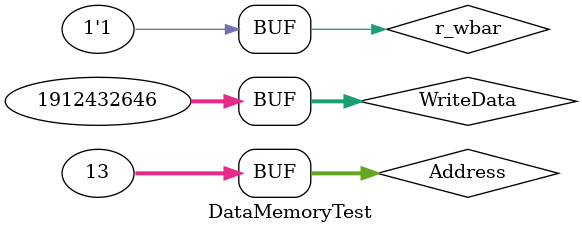
<source format=v>
module DataMemoryTest();
    
    reg [31:0] Address;
    reg [31:0] WriteData;
    reg r_wbar;
    
    wire [31:0] ReadData;
    
    DataMemory Mem(Address, r_wbar, WriteData, ReadData);
    
    initial
    begin
        // Read Data
        Address = 32'b00000000000000000000000000000001;
        r_wbar = 1'b1;
        
        // Write Data
        #20
        Address = 32'b00000000000000000000000000010001; //17
        r_wbar = 1'b0;
        WriteData = 32'b01110001111111010110100000000110;
        
        //Read Data
        #50
        Address = 32'b00000000000000000000000000010001; //17
        r_wbar = 1'b1;
        
        //Read Data
        #20
        Address = 32'b00000000000000000000000000001101; //13
        r_wbar = 1'b1 ;
    end
    
endmodule
</source>
